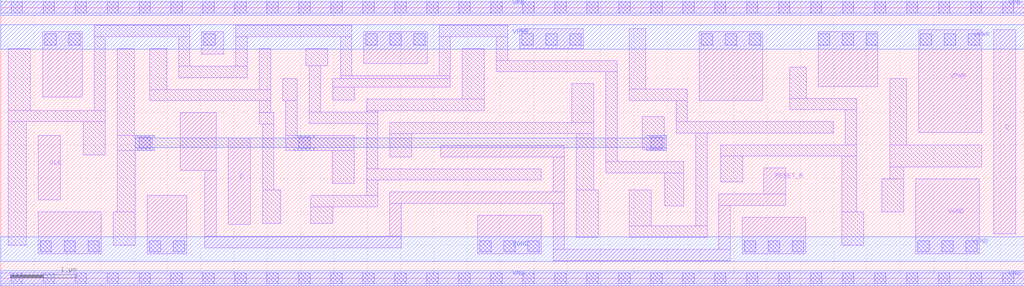
<source format=lef>
# Copyright 2020 The SkyWater PDK Authors
#
# Licensed under the Apache License, Version 2.0 (the "License");
# you may not use this file except in compliance with the License.
# You may obtain a copy of the License at
#
#     https://www.apache.org/licenses/LICENSE-2.0
#
# Unless required by applicable law or agreed to in writing, software
# distributed under the License is distributed on an "AS IS" BASIS,
# WITHOUT WARRANTIES OR CONDITIONS OF ANY KIND, either express or implied.
# See the License for the specific language governing permissions and
# limitations under the License.
#
# SPDX-License-Identifier: Apache-2.0

VERSION 5.7 ;
  NAMESCASESENSITIVE ON ;
  NOWIREEXTENSIONATPIN ON ;
  DIVIDERCHAR "/" ;
  BUSBITCHARS "[]" ;
UNITS
  DATABASE MICRONS 200 ;
END UNITS
MACRO sky130_fd_sc_hvl__dfrtp_1
  CLASS CORE ;
  SOURCE USER ;
  FOREIGN sky130_fd_sc_hvl__dfrtp_1 ;
  ORIGIN  0.000000  0.000000 ;
  SIZE  15.36000 BY  4.070000 ;
  SYMMETRY X Y ;
  SITE unithv ;
  PIN D
    ANTENNAGATEAREA  0.420000 ;
    DIRECTION INPUT ;
    USE SIGNAL ;
    PORT
      LAYER li1 ;
        RECT 3.415000 0.810000 3.745000 2.105000 ;
    END
  END D
  PIN Q
    ANTENNADIFFAREA  0.611250 ;
    DIRECTION OUTPUT ;
    USE SIGNAL ;
    PORT
      LAYER li1 ;
        RECT 14.900000 0.665000 15.235000 3.735000 ;
    END
  END Q
  PIN RESET_B
    ANTENNAGATEAREA  1.260000 ;
    DIRECTION INPUT ;
    USE SIGNAL ;
    PORT
      LAYER li1 ;
        RECT  2.695000 1.620000  3.235000 2.490000 ;
        RECT  3.065000 0.460000  6.010000 0.630000 ;
        RECT  3.065000 0.630000  3.235000 1.620000 ;
        RECT  5.840000 0.630000  6.010000 1.125000 ;
        RECT  5.840000 1.125000  8.460000 1.295000 ;
        RECT  6.605000 1.825000  8.460000 1.995000 ;
        RECT  8.290000 0.265000 10.950000 0.435000 ;
        RECT  8.290000 0.435000  8.460000 1.125000 ;
        RECT  8.290000 1.295000  8.460000 1.825000 ;
        RECT 10.780000 0.435000 10.950000 1.095000 ;
        RECT 10.780000 1.095000 11.785000 1.265000 ;
        RECT 11.455000 1.265000 11.785000 1.655000 ;
    END
  END RESET_B
  PIN CLK
    ANTENNAGATEAREA  0.585000 ;
    DIRECTION INPUT ;
    USE CLOCK ;
    PORT
      LAYER li1 ;
        RECT 0.560000 1.175000 0.890000 2.150000 ;
    END
  END CLK
  PIN VGND
    DIRECTION INOUT ;
    USE GROUND ;
    PORT
      LAYER li1 ;
        RECT  0.560000 0.365000  1.510000 0.995000 ;
        RECT  2.200000 0.365000  2.790000 1.245000 ;
        RECT  7.160000 0.365000  8.110000 0.945000 ;
        RECT 11.130000 0.365000 12.080000 0.915000 ;
        RECT 13.735000 0.365000 14.685000 1.495000 ;
      LAYER mcon ;
        RECT  0.590000 0.395000  0.760000 0.565000 ;
        RECT  0.950000 0.395000  1.120000 0.565000 ;
        RECT  1.310000 0.395000  1.480000 0.565000 ;
        RECT  2.230000 0.395000  2.400000 0.565000 ;
        RECT  2.590000 0.395000  2.760000 0.565000 ;
        RECT  7.190000 0.395000  7.360000 0.565000 ;
        RECT  7.550000 0.395000  7.720000 0.565000 ;
        RECT  7.910000 0.395000  8.080000 0.565000 ;
        RECT 11.160000 0.395000 11.330000 0.565000 ;
        RECT 11.520000 0.395000 11.690000 0.565000 ;
        RECT 11.880000 0.395000 12.050000 0.565000 ;
        RECT 13.765000 0.395000 13.935000 0.565000 ;
        RECT 14.125000 0.395000 14.295000 0.565000 ;
        RECT 14.485000 0.395000 14.655000 0.565000 ;
      LAYER met1 ;
        RECT 0.000000 0.255000 15.360000 0.625000 ;
    END
  END VGND
  PIN VNB
    DIRECTION INOUT ;
    USE GROUND ;
    PORT
      LAYER li1 ;
        RECT 0.000000 -0.085000 15.360000 0.085000 ;
      LAYER mcon ;
        RECT  0.155000 -0.085000  0.325000 0.085000 ;
        RECT  0.635000 -0.085000  0.805000 0.085000 ;
        RECT  1.115000 -0.085000  1.285000 0.085000 ;
        RECT  1.595000 -0.085000  1.765000 0.085000 ;
        RECT  2.075000 -0.085000  2.245000 0.085000 ;
        RECT  2.555000 -0.085000  2.725000 0.085000 ;
        RECT  3.035000 -0.085000  3.205000 0.085000 ;
        RECT  3.515000 -0.085000  3.685000 0.085000 ;
        RECT  3.995000 -0.085000  4.165000 0.085000 ;
        RECT  4.475000 -0.085000  4.645000 0.085000 ;
        RECT  4.955000 -0.085000  5.125000 0.085000 ;
        RECT  5.435000 -0.085000  5.605000 0.085000 ;
        RECT  5.915000 -0.085000  6.085000 0.085000 ;
        RECT  6.395000 -0.085000  6.565000 0.085000 ;
        RECT  6.875000 -0.085000  7.045000 0.085000 ;
        RECT  7.355000 -0.085000  7.525000 0.085000 ;
        RECT  7.835000 -0.085000  8.005000 0.085000 ;
        RECT  8.315000 -0.085000  8.485000 0.085000 ;
        RECT  8.795000 -0.085000  8.965000 0.085000 ;
        RECT  9.275000 -0.085000  9.445000 0.085000 ;
        RECT  9.755000 -0.085000  9.925000 0.085000 ;
        RECT 10.235000 -0.085000 10.405000 0.085000 ;
        RECT 10.715000 -0.085000 10.885000 0.085000 ;
        RECT 11.195000 -0.085000 11.365000 0.085000 ;
        RECT 11.675000 -0.085000 11.845000 0.085000 ;
        RECT 12.155000 -0.085000 12.325000 0.085000 ;
        RECT 12.635000 -0.085000 12.805000 0.085000 ;
        RECT 13.115000 -0.085000 13.285000 0.085000 ;
        RECT 13.595000 -0.085000 13.765000 0.085000 ;
        RECT 14.075000 -0.085000 14.245000 0.085000 ;
        RECT 14.555000 -0.085000 14.725000 0.085000 ;
        RECT 15.035000 -0.085000 15.205000 0.085000 ;
      LAYER met1 ;
        RECT 0.000000 -0.115000 15.360000 0.115000 ;
    END
  END VNB
  PIN VPB
    DIRECTION INOUT ;
    USE POWER ;
    PORT
      LAYER li1 ;
        RECT 0.000000 3.985000 15.360000 4.155000 ;
      LAYER mcon ;
        RECT  0.155000 3.985000  0.325000 4.155000 ;
        RECT  0.635000 3.985000  0.805000 4.155000 ;
        RECT  1.115000 3.985000  1.285000 4.155000 ;
        RECT  1.595000 3.985000  1.765000 4.155000 ;
        RECT  2.075000 3.985000  2.245000 4.155000 ;
        RECT  2.555000 3.985000  2.725000 4.155000 ;
        RECT  3.035000 3.985000  3.205000 4.155000 ;
        RECT  3.515000 3.985000  3.685000 4.155000 ;
        RECT  3.995000 3.985000  4.165000 4.155000 ;
        RECT  4.475000 3.985000  4.645000 4.155000 ;
        RECT  4.955000 3.985000  5.125000 4.155000 ;
        RECT  5.435000 3.985000  5.605000 4.155000 ;
        RECT  5.915000 3.985000  6.085000 4.155000 ;
        RECT  6.395000 3.985000  6.565000 4.155000 ;
        RECT  6.875000 3.985000  7.045000 4.155000 ;
        RECT  7.355000 3.985000  7.525000 4.155000 ;
        RECT  7.835000 3.985000  8.005000 4.155000 ;
        RECT  8.315000 3.985000  8.485000 4.155000 ;
        RECT  8.795000 3.985000  8.965000 4.155000 ;
        RECT  9.275000 3.985000  9.445000 4.155000 ;
        RECT  9.755000 3.985000  9.925000 4.155000 ;
        RECT 10.235000 3.985000 10.405000 4.155000 ;
        RECT 10.715000 3.985000 10.885000 4.155000 ;
        RECT 11.195000 3.985000 11.365000 4.155000 ;
        RECT 11.675000 3.985000 11.845000 4.155000 ;
        RECT 12.155000 3.985000 12.325000 4.155000 ;
        RECT 12.635000 3.985000 12.805000 4.155000 ;
        RECT 13.115000 3.985000 13.285000 4.155000 ;
        RECT 13.595000 3.985000 13.765000 4.155000 ;
        RECT 14.075000 3.985000 14.245000 4.155000 ;
        RECT 14.555000 3.985000 14.725000 4.155000 ;
        RECT 15.035000 3.985000 15.205000 4.155000 ;
      LAYER met1 ;
        RECT 0.000000 3.955000 15.360000 4.185000 ;
    END
  END VPB
  PIN VPWR
    DIRECTION INOUT ;
    USE POWER ;
    PORT
      LAYER li1 ;
        RECT  0.630000 2.725000  1.220000 3.705000 ;
        RECT  3.020000 3.370000  3.350000 3.705000 ;
        RECT  5.450000 3.225000  6.400000 3.705000 ;
        RECT  7.790000 3.455000  8.740000 3.755000 ;
        RECT 10.485000 2.675000 11.435000 3.705000 ;
        RECT 12.270000 2.885000 13.165000 3.705000 ;
        RECT 13.775000 2.195000 14.720000 3.735000 ;
      LAYER mcon ;
        RECT  0.660000 3.505000  0.830000 3.675000 ;
        RECT  1.020000 3.505000  1.190000 3.675000 ;
        RECT  3.050000 3.505000  3.220000 3.675000 ;
        RECT  5.480000 3.505000  5.650000 3.675000 ;
        RECT  5.840000 3.505000  6.010000 3.675000 ;
        RECT  6.200000 3.505000  6.370000 3.675000 ;
        RECT  7.820000 3.505000  7.990000 3.675000 ;
        RECT  8.180000 3.505000  8.350000 3.675000 ;
        RECT  8.540000 3.505000  8.710000 3.675000 ;
        RECT 10.515000 3.505000 10.685000 3.675000 ;
        RECT 10.875000 3.505000 11.045000 3.675000 ;
        RECT 11.235000 3.505000 11.405000 3.675000 ;
        RECT 12.270000 3.505000 12.440000 3.675000 ;
        RECT 12.630000 3.505000 12.800000 3.675000 ;
        RECT 12.990000 3.505000 13.160000 3.675000 ;
        RECT 13.800000 3.505000 13.970000 3.675000 ;
        RECT 14.160000 3.505000 14.330000 3.675000 ;
        RECT 14.520000 3.505000 14.690000 3.675000 ;
      LAYER met1 ;
        RECT 0.000000 3.445000 15.360000 3.815000 ;
    END
  END VPWR
  OBS
    LAYER li1 ;
      RECT  0.110000 0.495000  0.380000 2.355000 ;
      RECT  0.110000 2.355000  1.570000 2.525000 ;
      RECT  0.110000 2.525000  0.440000 3.455000 ;
      RECT  1.240000 1.855000  1.570000 2.355000 ;
      RECT  1.400000 2.525000  1.570000 3.635000 ;
      RECT  1.400000 3.635000  2.840000 3.805000 ;
      RECT  1.690000 0.495000  2.020000 0.995000 ;
      RECT  1.750000 0.995000  2.020000 1.920000 ;
      RECT  1.750000 1.920000  2.275000 2.150000 ;
      RECT  1.750000 2.150000  2.000000 3.455000 ;
      RECT  2.240000 2.670000  4.050000 2.840000 ;
      RECT  2.240000 2.840000  2.490000 3.455000 ;
      RECT  2.670000 3.020000  3.700000 3.190000 ;
      RECT  2.670000 3.190000  2.840000 3.635000 ;
      RECT  3.530000 3.190000  3.700000 3.635000 ;
      RECT  3.530000 3.635000  5.270000 3.805000 ;
      RECT  3.880000 2.320000  4.100000 2.490000 ;
      RECT  3.880000 2.490000  4.050000 2.670000 ;
      RECT  3.880000 2.840000  4.050000 3.455000 ;
      RECT  3.930000 0.825000  4.200000 1.325000 ;
      RECT  3.930000 1.325000  4.100000 2.320000 ;
      RECT  4.230000 2.670000  4.450000 3.000000 ;
      RECT  4.280000 1.920000  5.305000 2.150000 ;
      RECT  4.280000 2.150000  4.450000 2.670000 ;
      RECT  4.580000 3.200000  4.910000 3.455000 ;
      RECT  4.630000 2.330000  5.660000 2.500000 ;
      RECT  4.630000 2.500000  4.800000 3.200000 ;
      RECT  4.650000 0.825000  4.980000 1.075000 ;
      RECT  4.650000 1.075000  5.660000 1.245000 ;
      RECT  4.975000 1.425000  5.305000 1.920000 ;
      RECT  4.980000 2.680000  5.310000 2.875000 ;
      RECT  4.980000 2.875000  6.750000 3.000000 ;
      RECT  5.100000 3.000000  6.750000 3.045000 ;
      RECT  5.100000 3.045000  5.270000 3.635000 ;
      RECT  5.490000 1.245000  5.660000 1.475000 ;
      RECT  5.490000 1.475000  8.110000 1.645000 ;
      RECT  5.490000 1.645000  5.660000 2.330000 ;
      RECT  5.490000 2.500000  5.660000 2.525000 ;
      RECT  5.490000 2.525000  7.260000 2.695000 ;
      RECT  5.840000 1.825000  6.170000 2.175000 ;
      RECT  5.840000 2.175000  8.900000 2.345000 ;
      RECT  6.580000 3.045000  6.750000 3.635000 ;
      RECT  6.580000 3.635000  7.610000 3.805000 ;
      RECT  6.930000 2.695000  7.260000 3.455000 ;
      RECT  7.440000 3.105000  9.250000 3.275000 ;
      RECT  7.440000 3.275000  7.610000 3.635000 ;
      RECT  8.570000 2.345000  8.900000 2.925000 ;
      RECT  8.640000 0.615000  8.970000 1.325000 ;
      RECT  8.640000 1.325000  8.900000 2.175000 ;
      RECT  9.080000 1.585000 10.250000 1.755000 ;
      RECT  9.080000 1.755000  9.250000 3.105000 ;
      RECT  9.430000 0.615000 10.600000 0.785000 ;
      RECT  9.430000 0.785000  9.760000 1.325000 ;
      RECT  9.430000 2.675000 10.305000 2.845000 ;
      RECT  9.430000 2.845000  9.680000 3.755000 ;
      RECT  9.625000 1.935000  9.955000 2.435000 ;
      RECT  9.965000 1.085000 10.250000 1.585000 ;
      RECT 10.135000 2.185000 12.495000 2.355000 ;
      RECT 10.135000 2.355000 10.305000 2.675000 ;
      RECT 10.430000 0.785000 10.600000 2.185000 ;
      RECT 10.805000 1.445000 11.135000 1.835000 ;
      RECT 10.805000 1.835000 12.845000 2.005000 ;
      RECT 11.840000 2.535000 12.845000 2.705000 ;
      RECT 11.840000 2.705000 12.090000 3.175000 ;
      RECT 12.620000 0.495000 12.950000 0.995000 ;
      RECT 12.620000 0.995000 12.845000 1.835000 ;
      RECT 12.675000 2.005000 12.845000 2.535000 ;
      RECT 13.225000 0.995000 13.555000 1.495000 ;
      RECT 13.345000 1.495000 13.555000 1.675000 ;
      RECT 13.345000 1.675000 14.720000 2.005000 ;
      RECT 13.345000 2.005000 13.595000 3.005000 ;
    LAYER mcon ;
      RECT 2.075000 1.950000 2.245000 2.120000 ;
      RECT 4.475000 1.950000 4.645000 2.120000 ;
      RECT 9.755000 1.950000 9.925000 2.120000 ;
    LAYER met1 ;
      RECT 2.015000 1.920000 2.305000 1.965000 ;
      RECT 2.015000 1.965000 9.985000 2.105000 ;
      RECT 2.015000 2.105000 2.305000 2.150000 ;
      RECT 4.415000 1.920000 4.705000 1.965000 ;
      RECT 4.415000 2.105000 4.705000 2.150000 ;
      RECT 9.695000 1.920000 9.985000 1.965000 ;
      RECT 9.695000 2.105000 9.985000 2.150000 ;
  END
END sky130_fd_sc_hvl__dfrtp_1

</source>
